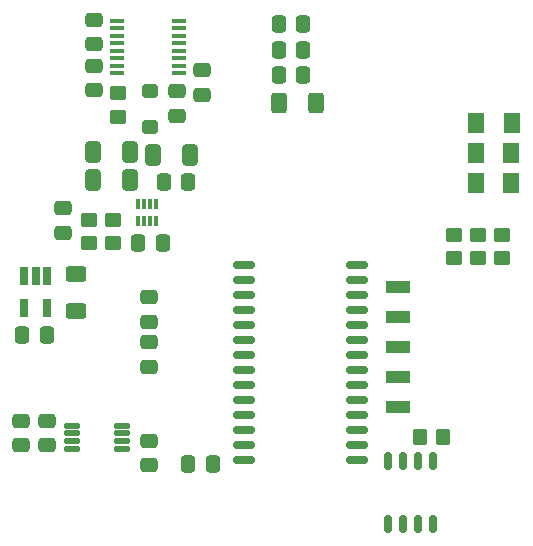
<source format=gbp>
G04 #@! TF.GenerationSoftware,KiCad,Pcbnew,(6.0.4)*
G04 #@! TF.CreationDate,2023-01-27T20:38:21-05:00*
G04 #@! TF.ProjectId,charging_on_the_pad,63686172-6769-46e6-975f-6f6e5f746865,rev?*
G04 #@! TF.SameCoordinates,Original*
G04 #@! TF.FileFunction,Paste,Bot*
G04 #@! TF.FilePolarity,Positive*
%FSLAX46Y46*%
G04 Gerber Fmt 4.6, Leading zero omitted, Abs format (unit mm)*
G04 Created by KiCad (PCBNEW (6.0.4)) date 2023-01-27 20:38:21*
%MOMM*%
%LPD*%
G01*
G04 APERTURE LIST*
G04 Aperture macros list*
%AMRoundRect*
0 Rectangle with rounded corners*
0 $1 Rounding radius*
0 $2 $3 $4 $5 $6 $7 $8 $9 X,Y pos of 4 corners*
0 Add a 4 corners polygon primitive as box body*
4,1,4,$2,$3,$4,$5,$6,$7,$8,$9,$2,$3,0*
0 Add four circle primitives for the rounded corners*
1,1,$1+$1,$2,$3*
1,1,$1+$1,$4,$5*
1,1,$1+$1,$6,$7*
1,1,$1+$1,$8,$9*
0 Add four rect primitives between the rounded corners*
20,1,$1+$1,$2,$3,$4,$5,0*
20,1,$1+$1,$4,$5,$6,$7,0*
20,1,$1+$1,$6,$7,$8,$9,0*
20,1,$1+$1,$8,$9,$2,$3,0*%
G04 Aperture macros list end*
%ADD10RoundRect,0.250000X-0.400000X-0.625000X0.400000X-0.625000X0.400000X0.625000X-0.400000X0.625000X0*%
%ADD11RoundRect,0.250000X-0.475000X0.337500X-0.475000X-0.337500X0.475000X-0.337500X0.475000X0.337500X0*%
%ADD12RoundRect,0.250000X-0.450000X0.350000X-0.450000X-0.350000X0.450000X-0.350000X0.450000X0.350000X0*%
%ADD13RoundRect,0.075000X-0.075000X0.375000X-0.075000X-0.375000X0.075000X-0.375000X0.075000X0.375000X0*%
%ADD14RoundRect,0.250001X-0.462499X-0.624999X0.462499X-0.624999X0.462499X0.624999X-0.462499X0.624999X0*%
%ADD15R,2.000000X1.000000*%
%ADD16RoundRect,0.250000X0.475000X-0.337500X0.475000X0.337500X-0.475000X0.337500X-0.475000X-0.337500X0*%
%ADD17RoundRect,0.250000X-0.412500X-0.650000X0.412500X-0.650000X0.412500X0.650000X-0.412500X0.650000X0*%
%ADD18RoundRect,0.150000X-0.150000X0.600000X-0.150000X-0.600000X0.150000X-0.600000X0.150000X0.600000X0*%
%ADD19RoundRect,0.112500X-0.587500X-0.112500X0.587500X-0.112500X0.587500X0.112500X-0.587500X0.112500X0*%
%ADD20RoundRect,0.250000X0.337500X0.475000X-0.337500X0.475000X-0.337500X-0.475000X0.337500X-0.475000X0*%
%ADD21RoundRect,0.250000X-0.350000X-0.450000X0.350000X-0.450000X0.350000X0.450000X-0.350000X0.450000X0*%
%ADD22RoundRect,0.250000X-0.337500X-0.475000X0.337500X-0.475000X0.337500X0.475000X-0.337500X0.475000X0*%
%ADD23RoundRect,0.250000X-0.625000X0.400000X-0.625000X-0.400000X0.625000X-0.400000X0.625000X0.400000X0*%
%ADD24RoundRect,0.250000X0.450000X-0.350000X0.450000X0.350000X-0.450000X0.350000X-0.450000X-0.350000X0*%
%ADD25RoundRect,0.150000X-0.750000X-0.150000X0.750000X-0.150000X0.750000X0.150000X-0.750000X0.150000X0*%
%ADD26RoundRect,0.250000X0.412500X0.650000X-0.412500X0.650000X-0.412500X-0.650000X0.412500X-0.650000X0*%
%ADD27R,1.200000X0.400000*%
%ADD28R,0.650000X1.560000*%
%ADD29RoundRect,0.300000X-0.400000X0.300000X-0.400000X-0.300000X0.400000X-0.300000X0.400000X0.300000X0*%
G04 APERTURE END LIST*
D10*
X147292400Y-93556400D03*
X150392400Y-93556400D03*
D11*
X127635000Y-120462500D03*
X127635000Y-122537500D03*
D12*
X162077400Y-104689400D03*
X162077400Y-106689400D03*
D13*
X135382000Y-102108000D03*
X135882000Y-102108000D03*
X136382000Y-102108000D03*
X136882000Y-102108000D03*
X136882000Y-103588000D03*
X136382000Y-103588000D03*
X135882000Y-103588000D03*
X135382000Y-103588000D03*
D14*
X164003900Y-97815400D03*
X166978900Y-97815400D03*
D11*
X125476000Y-120462500D03*
X125476000Y-122537500D03*
D12*
X133223000Y-103450000D03*
X133223000Y-105450000D03*
D15*
X157362500Y-119278400D03*
X157362500Y-116738400D03*
X157362500Y-114198400D03*
X157362500Y-111658400D03*
X157362500Y-109118400D03*
D16*
X138686000Y-94637500D03*
X138686000Y-92562500D03*
D17*
X136637500Y-97917000D03*
X139762500Y-97917000D03*
D11*
X136296400Y-109985900D03*
X136296400Y-112060900D03*
X131628000Y-86492500D03*
X131628000Y-88567500D03*
X136271000Y-122152500D03*
X136271000Y-124227500D03*
D18*
X160355000Y-123850000D03*
X156545000Y-123850000D03*
X157815000Y-123850000D03*
X159085000Y-123850000D03*
X156545000Y-129211000D03*
X157815000Y-129211000D03*
X160355000Y-129211000D03*
X159085000Y-129211000D03*
D16*
X131628000Y-92477500D03*
X131628000Y-90402500D03*
D19*
X129802500Y-122825000D03*
X129802500Y-122175000D03*
X129802500Y-121525000D03*
X129802500Y-120875000D03*
X134027500Y-120875000D03*
X134027500Y-121525000D03*
X134027500Y-122175000D03*
X134027500Y-122825000D03*
D20*
X149337500Y-91186000D03*
X147262500Y-91186000D03*
D16*
X136296400Y-115870900D03*
X136296400Y-113795900D03*
X129000000Y-104527500D03*
X129000000Y-102452500D03*
D20*
X149337500Y-86868000D03*
X147262500Y-86868000D03*
X141702700Y-124155200D03*
X139627700Y-124155200D03*
D14*
X164018900Y-95275400D03*
X166993900Y-95275400D03*
D21*
X159200000Y-121800000D03*
X161200000Y-121800000D03*
D22*
X125562500Y-113200000D03*
X127637500Y-113200000D03*
D12*
X164109400Y-104689400D03*
X164109400Y-106689400D03*
D23*
X130098800Y-108029200D03*
X130098800Y-111129200D03*
D12*
X166141400Y-104689400D03*
X166141400Y-106689400D03*
D24*
X133700000Y-94700000D03*
X133700000Y-92700000D03*
D25*
X144300000Y-123805000D03*
X144300000Y-122535000D03*
X144300000Y-121265000D03*
X144300000Y-119995000D03*
X144300000Y-118725000D03*
X144300000Y-117455000D03*
X144300000Y-116185000D03*
X144300000Y-114915000D03*
X144300000Y-113645000D03*
X144300000Y-112375000D03*
X144300000Y-111105000D03*
X144300000Y-109835000D03*
X144300000Y-108565000D03*
X144300000Y-107295000D03*
X153900000Y-107295000D03*
X153900000Y-108565000D03*
X153900000Y-109835000D03*
X153900000Y-111105000D03*
X153900000Y-112375000D03*
X153900000Y-113645000D03*
X153900000Y-114915000D03*
X153900000Y-116185000D03*
X153900000Y-117455000D03*
X153900000Y-118725000D03*
X153900000Y-119995000D03*
X153900000Y-121265000D03*
X153900000Y-122535000D03*
X153900000Y-123805000D03*
D26*
X134712500Y-97663000D03*
X131587500Y-97663000D03*
X134712500Y-100076000D03*
X131587500Y-100076000D03*
D20*
X137435500Y-105410000D03*
X135360500Y-105410000D03*
D14*
X164003900Y-100355400D03*
X166978900Y-100355400D03*
D22*
X137544900Y-100203000D03*
X139619900Y-100203000D03*
D16*
X140800000Y-92837500D03*
X140800000Y-90762500D03*
D20*
X149337500Y-89027000D03*
X147262500Y-89027000D03*
D27*
X133600000Y-91022500D03*
X133600000Y-90387500D03*
X133600000Y-89752500D03*
X133600000Y-89117500D03*
X133600000Y-88482500D03*
X133600000Y-87847500D03*
X133600000Y-87212500D03*
X133600000Y-86577500D03*
X138800000Y-86577500D03*
X138800000Y-87212500D03*
X138800000Y-87847500D03*
X138800000Y-88482500D03*
X138800000Y-89117500D03*
X138800000Y-89752500D03*
X138800000Y-90387500D03*
X138800000Y-91022500D03*
D24*
X131191000Y-103450000D03*
X131191000Y-105450000D03*
D28*
X125745200Y-108240800D03*
X126695200Y-108240800D03*
X127645200Y-108240800D03*
X127645200Y-110940800D03*
X125745200Y-110940800D03*
D29*
X136398000Y-92500000D03*
X136398000Y-95600000D03*
M02*

</source>
